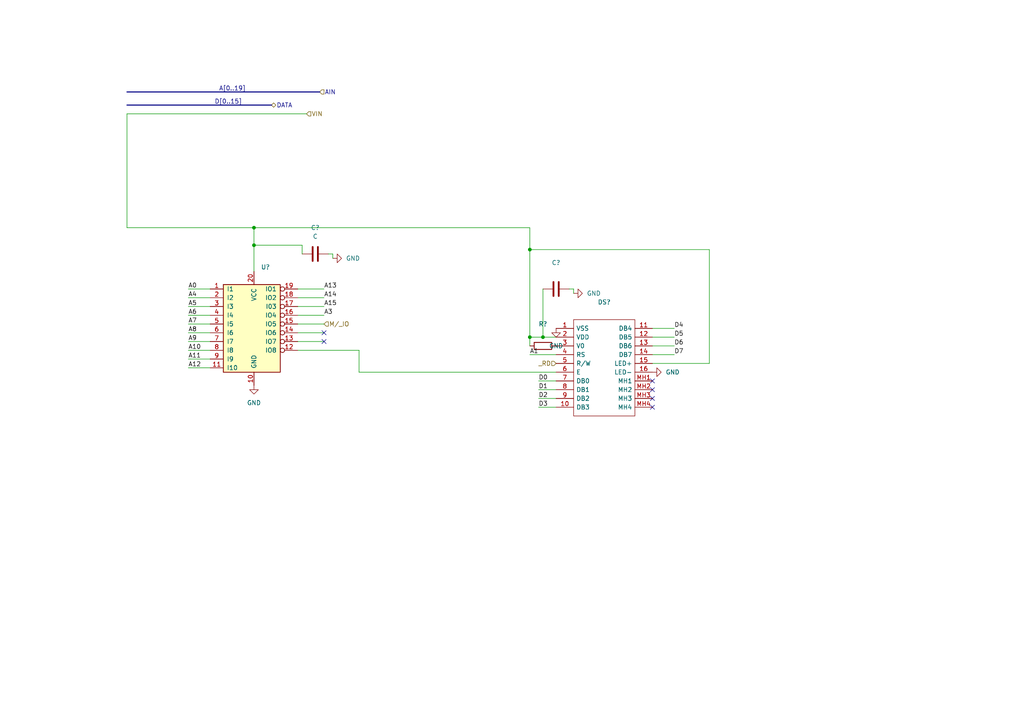
<source format=kicad_sch>
(kicad_sch (version 20211123) (generator eeschema)
  (paper "A4")
  (lib_symbols
    (symbol "Device:C" (pin_numbers hide) (pin_names (offset 0.254))
      (property "Reference" "C" (at 0.635 2.54 0))
      (property "Value" "C" (at 0.635 -2.54 0))
      (symbol "C_0_1"
        (polyline (pts (xy -2.032 -0.762) (xy 2.032 -0.762)) (stroke (width 0.508)))
        (polyline (pts (xy -2.032 0.762) (xy 2.032 0.762)) (stroke (width 0.508)))
      )
      (symbol "C_1_1"
        (pin passive line (at 0 3.81 270) (length 2.794) (name "~") (number "1"))
        (pin passive line (at 0 -3.81 90) (length 2.794) (name "~") (number "2"))
      )
    )
    (symbol "Device:R" (pin_numbers hide) (pin_names (offset 0))
      (property "Reference" "R" (at 2.032 0 90))
      (property "Value" "R" (at 0 0 90))
      (symbol "R_0_1"
        (rectangle (start -1.016 -2.54) (end 1.016 2.54) (stroke (width 0.254)))
      )
      (symbol "R_1_1"
        (pin passive line (at 0 3.81 270) (length 1.27) (name "~") (number "1"))
        (pin passive line (at 0 -3.81 90) (length 1.27) (name "~") (number "2"))
      )
    )
    (symbol "LCD4x20:LCD4x20" (pin_names (offset 0.762))
      (property "Reference" "DS" (at 24.13 7.62 0))
      (property "Value" "LCD4x20" (at 24.13 5.08 0))
      (symbol "LCD4x20_0_0"
        (pin unspecified line (at 0 0 0) (length 5.08) (name "VSS") (number "1"))
        (pin unspecified line (at 0 -22.86 0) (length 5.08) (name "DB3") (number "10"))
        (pin unspecified line (at 27.94 0 180) (length 5.08) (name "DB4") (number "11"))
        (pin unspecified line (at 27.94 -2.54 180) (length 5.08) (name "DB5") (number "12"))
        (pin unspecified line (at 27.94 -5.08 180) (length 5.08) (name "DB6") (number "13"))
        (pin unspecified line (at 27.94 -7.62 180) (length 5.08) (name "DB7") (number "14"))
        (pin unspecified line (at 27.94 -10.16 180) (length 5.08) (name "LED+") (number "15"))
        (pin unspecified line (at 27.94 -12.7 180) (length 5.08) (name "LED-") (number "16"))
        (pin unspecified line (at 0 -2.54 0) (length 5.08) (name "VDD") (number "2"))
        (pin unspecified line (at 0 -5.08 0) (length 5.08) (name "V0") (number "3"))
        (pin unspecified line (at 0 -7.62 0) (length 5.08) (name "RS") (number "4"))
        (pin unspecified line (at 0 -10.16 0) (length 5.08) (name "R/W") (number "5"))
        (pin unspecified line (at 0 -12.7 0) (length 5.08) (name "E") (number "6"))
        (pin unspecified line (at 0 -15.24 0) (length 5.08) (name "DB0") (number "7"))
        (pin unspecified line (at 0 -17.78 0) (length 5.08) (name "DB1") (number "8"))
        (pin unspecified line (at 0 -20.32 0) (length 5.08) (name "DB2") (number "9"))
        (pin unspecified line (at 27.94 -15.24 180) (length 5.08) (name "MH1") (number "MH1"))
        (pin unspecified line (at 27.94 -17.78 180) (length 5.08) (name "MH2") (number "MH2"))
        (pin unspecified line (at 27.94 -20.32 180) (length 5.08) (name "MH3") (number "MH3"))
        (pin unspecified line (at 27.94 -22.86 180) (length 5.08) (name "MH4") (number "MH4"))
      )
      (symbol "LCD4x20_0_1"
        (polyline (pts (xy 5.08 2.54) (xy 22.86 2.54) (xy 22.86 -25.4) (xy 5.08 -25.4) (xy 5.08 2.54)) (stroke (width 0.1524)))
      )
    )
    (symbol "Logic_Programmable:PAL16L8" (pin_names (offset 1.016))
      (property "Reference" "U" (at -8.89 16.51 0))
      (property "Value" "PAL16L8" (at 1.27 16.51 0))
      (symbol "PAL16L8_0_0"
        (pin power_in line (at 0 -15.24 90) (length 3.81) (name "GND") (number "10"))
        (pin power_in line (at 0 17.78 270) (length 3.81) (name "VCC") (number "20"))
      )
      (symbol "PAL16L8_0_1"
        (rectangle (start -8.89 13.97) (end 7.62 -11.43) (stroke (width 0.254)) (fill (type background)))
      )
      (symbol "PAL16L8_1_1"
        (pin input line (at -12.7 12.7 0) (length 3.81) (name "I1") (number "1"))
        (pin input line (at -12.7 -10.16 0) (length 3.81) (name "I10") (number "11"))
        (pin tri_state inverted (at 12.7 -5.08 180) (length 5.08) (name "IO8") (number "12"))
        (pin tri_state inverted (at 12.7 -2.54 180) (length 5.08) (name "IO7") (number "13"))
        (pin tri_state inverted (at 12.7 0 180) (length 5.08) (name "IO6") (number "14"))
        (pin tri_state inverted (at 12.7 2.54 180) (length 5.08) (name "IO5") (number "15"))
        (pin tri_state inverted (at 12.7 5.08 180) (length 5.08) (name "IO4") (number "16"))
        (pin tri_state inverted (at 12.7 7.62 180) (length 5.08) (name "I03") (number "17"))
        (pin tri_state inverted (at 12.7 10.16 180) (length 5.08) (name "IO2") (number "18"))
        (pin tri_state inverted (at 12.7 12.7 180) (length 5.08) (name "IO1") (number "19"))
        (pin input line (at -12.7 10.16 0) (length 3.81) (name "I2") (number "2"))
        (pin input line (at -12.7 7.62 0) (length 3.81) (name "I3") (number "3"))
        (pin input line (at -12.7 5.08 0) (length 3.81) (name "I4") (number "4"))
        (pin input line (at -12.7 2.54 0) (length 3.81) (name "I5") (number "5"))
        (pin input line (at -12.7 0 0) (length 3.81) (name "I6") (number "6"))
        (pin input line (at -12.7 -2.54 0) (length 3.81) (name "I7") (number "7"))
        (pin input line (at -12.7 -5.08 0) (length 3.81) (name "I8") (number "8"))
        (pin input line (at -12.7 -7.62 0) (length 3.81) (name "I9") (number "9"))
      )
    )
    (symbol "power:GND" (power) (pin_names (offset 0))
      (property "Value" "GND" (at 0 -3.81 0))
      (symbol "GND_0_1"
        (polyline (pts (xy 0 0) (xy 0 -1.27) (xy 1.27 -1.27) (xy 0 -2.54) (xy -1.27 -1.27) (xy 0 -1.27)))
      )
      (symbol "GND_1_1"
        (pin power_in line (at 0 0 270) (length 0) hide (name "GND") (number "1"))
      )
    )
  )
  (junction (at 153.67 72.39))
  (junction (at 153.67 97.79))
  (junction (at 73.66 71.12))
  (junction (at 157.48 97.79))
  (junction (at 73.66 66.04))
  (no_connect (at 189.23 110.49))
  (no_connect (at 189.23 113.03))
  (no_connect (at 189.23 115.57))
  (no_connect (at 189.23 118.11))
  (no_connect (at 93.98 96.52))
  (no_connect (at 93.98 99.06))
  (wire (pts (xy 96.52 73.66) (xy 96.52 74.93)))
  (wire (pts (xy 161.29 107.95) (xy 104.14 107.95)))
  (wire (pts (xy 54.61 101.6) (xy 60.96 101.6)))
  (wire (pts (xy 153.67 97.79) (xy 157.48 97.79)))
  (wire (pts (xy 36.83 66.04) (xy 73.66 66.04)))
  (wire (pts (xy 153.67 72.39) (xy 205.74 72.39)))
  (wire (pts (xy 166.37 83.82) (xy 166.37 85.09)))
  (wire (pts (xy 157.48 83.82) (xy 157.48 97.79)))
  (wire (pts (xy 73.66 71.12) (xy 87.63 71.12)))
  (wire (pts (xy 54.61 83.82) (xy 60.96 83.82)))
  (wire (pts (xy 36.83 33.02) (xy 88.9 33.02)))
  (wire (pts (xy 165.1 83.82) (xy 166.37 83.82)))
  (wire (pts (xy 153.67 72.39) (xy 153.67 97.79)))
  (wire (pts (xy 87.63 71.12) (xy 87.63 73.66)))
  (wire (pts (xy 95.25 73.66) (xy 96.52 73.66)))
  (wire (pts (xy 54.61 86.36) (xy 60.96 86.36)))
  (wire (pts (xy 156.21 113.03) (xy 161.29 113.03)))
  (wire (pts (xy 189.23 95.25) (xy 195.58 95.25)))
  (wire (pts (xy 73.66 71.12) (xy 73.66 78.74)))
  (wire (pts (xy 86.36 101.6) (xy 104.14 101.6)))
  (wire (pts (xy 54.61 96.52) (xy 60.96 96.52)))
  (bus (pts (xy 36.83 26.67) (xy 92.71 26.67)))
  (wire (pts (xy 104.14 107.95) (xy 104.14 101.6)))
  (wire (pts (xy 54.61 99.06) (xy 60.96 99.06)))
  (wire (pts (xy 86.36 91.44) (xy 93.98 91.44)))
  (wire (pts (xy 54.61 93.98) (xy 60.96 93.98)))
  (wire (pts (xy 54.61 88.9) (xy 60.96 88.9)))
  (wire (pts (xy 54.61 104.14) (xy 60.96 104.14)))
  (wire (pts (xy 156.21 115.57) (xy 161.29 115.57)))
  (wire (pts (xy 73.66 66.04) (xy 73.66 71.12)))
  (wire (pts (xy 189.23 105.41) (xy 205.74 105.41)))
  (wire (pts (xy 156.21 110.49) (xy 161.29 110.49)))
  (wire (pts (xy 153.67 102.87) (xy 161.29 102.87)))
  (wire (pts (xy 189.23 100.33) (xy 195.58 100.33)))
  (wire (pts (xy 54.61 91.44) (xy 60.96 91.44)))
  (wire (pts (xy 86.36 83.82) (xy 93.98 83.82)))
  (wire (pts (xy 189.23 97.79) (xy 195.58 97.79)))
  (wire (pts (xy 86.36 99.06) (xy 93.98 99.06)))
  (wire (pts (xy 205.74 72.39) (xy 205.74 105.41)))
  (wire (pts (xy 73.66 66.04) (xy 153.67 66.04)))
  (bus (pts (xy 36.83 30.48) (xy 78.74 30.48)))
  (wire (pts (xy 86.36 86.36) (xy 93.98 86.36)))
  (wire (pts (xy 36.83 33.02) (xy 36.83 66.04)))
  (wire (pts (xy 153.67 97.79) (xy 153.67 100.33)))
  (wire (pts (xy 86.36 96.52) (xy 93.98 96.52)))
  (wire (pts (xy 86.36 88.9) (xy 93.98 88.9)))
  (wire (pts (xy 153.67 66.04) (xy 153.67 72.39)))
  (wire (pts (xy 54.61 106.68) (xy 60.96 106.68)))
  (wire (pts (xy 156.21 118.11) (xy 161.29 118.11)))
  (wire (pts (xy 189.23 102.87) (xy 195.58 102.87)))
  (wire (pts (xy 157.48 97.79) (xy 161.29 97.79)))
  (wire (pts (xy 86.36 93.98) (xy 93.98 93.98)))
  (label "A9" (at 54.61 99.06 0))
  (label "A3" (at 93.98 91.44 0))
  (label "A7" (at 54.61 93.98 0))
  (label "A10" (at 54.61 101.6 0))
  (label "A12" (at 54.61 106.68 0))
  (label "A8" (at 54.61 96.52 0))
  (label "D6" (at 195.58 100.33 0))
  (label "A4" (at 54.61 86.36 0))
  (label "D2" (at 156.21 115.57 0))
  (label "A5" (at 54.61 88.9 0))
  (label "A11" (at 54.61 104.14 0))
  (label "D3" (at 156.21 118.11 0))
  (label "A14" (at 93.98 86.36 0))
  (label "D5" (at 195.58 97.79 0))
  (label "A0" (at 54.61 83.82 0))
  (label "D7" (at 195.58 102.87 0))
  (label "D4" (at 195.58 95.25 0))
  (label "D0" (at 156.21 110.49 0))
  (label "D[0..15]" (at 62.23 30.48 0))
  (label "A6" (at 54.61 91.44 0))
  (label "A1" (at 153.67 102.87 0))
  (label "A[0..19]" (at 63.5 26.67 0))
  (label "D1" (at 156.21 113.03 0))
  (label "A15" (at 93.98 88.9 0))
  (label "A13" (at 93.98 83.82 0))
  (hierarchical_label "M{slash}_IO" (shape input) (at 93.98 93.98 0))
  (hierarchical_label "_RD" (shape input) (at 161.29 105.41 180))
  (hierarchical_label "DATA" (shape bidirectional) (at 78.74 30.48 0))
  (hierarchical_label "AIN" (shape input) (at 92.71 26.67 0))
  (hierarchical_label "VIN" (shape input) (at 88.9 33.02 0))
  (symbol (lib_id "power:GND") (at 189.23 107.95 90) (unit 1)
    (property "Reference" "#PWR?" (effects hide))
  )
  (symbol (lib_id "Device:R") (at 157.48 100.33 90) (unit 1)
    (property "Reference" "R?" (at 157.48 93.98 90))
  )
  (symbol (lib_id "power:GND") (at 96.52 74.93 90) (unit 1)
    (property "Reference" "#PWR?" (effects hide))
    (property "Value" "GND" (at 100.33 74.9299 90) (effects (justify right)))
  )
  (symbol (lib_id "Device:C") (at 91.44 73.66 90) (unit 1)
    (property "Reference" "C?" (at 91.44 66.04 90))
    (property "Value" "C" (at 91.44 68.58 90))
  )
  (symbol (lib_id "power:GND") (at 166.37 85.09 90) (unit 1)
    (property "Reference" "#PWR?" (effects hide))
  )
  (symbol (lib_id "power:GND") (at 73.66 111.76 0) (unit 1)
    (property "Reference" "#PWR?" (effects hide))
  )
  (symbol (lib_id "power:GND") (at 161.29 95.25 0) (unit 1)
    (property "Reference" "#PWR?" (effects hide))
    (property "Value" "GND" (at 161.29 100.33 0))
  )
  (symbol (lib_id "Device:C") (at 161.29 83.82 90) (unit 1)
    (property "Reference" "C?" (at 161.29 76.2 90))
  )
  (symbol (lib_id "Logic_Programmable:PAL16L8") (at 73.66 96.52 0) (unit 1)
    (property "Reference" "U?" (at 75.6794 77.47 0) (effects (justify left)))
  )
  (symbol (lib_id "LCD4x20:LCD4x20") (at 161.29 95.25 0) (unit 1)
    (property "Reference" "DS?" (at 175.26 87.63 0))
    (property "Datasheet" "https://componentsearchengine.com/Datasheets/1/LCD4x20.pdf" (effects hide))
    (property "Description" "LCD Character Display Modules & Accessories STN-Y/G Transfl 77.5 x 47.0" (effects hide))
    (property "Height" "14.5" (effects hide))
    (property "Mouser Part Number" "763-0420AZFLYBW33V3" (effects hide))
    (property "Mouser Price/Stock" "https://www.mouser.com/Search/Refine.aspx?Keyword=763-0420AZFLYBW33V3" (effects hide))
    (property "Manufacturer_Name" "Newhaven Display" (effects hide))
  )
)
</source>
